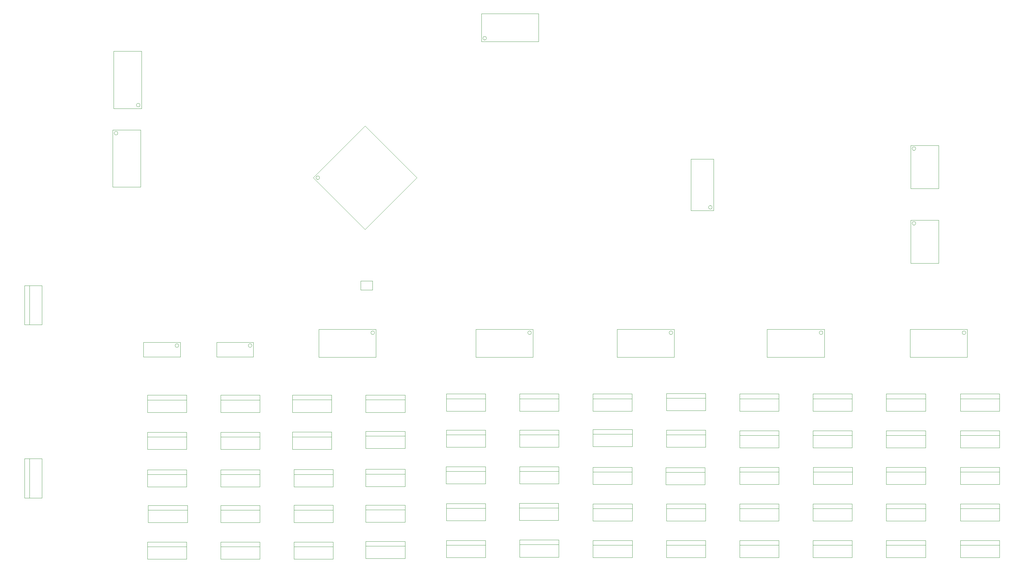
<source format=gbr>
%TF.GenerationSoftware,Altium Limited,Altium Designer,18.0.11 (651)*%
G04 Layer_Color=16711935*
%FSLAX26Y26*%
%MOIN*%
%TF.FileFunction,Other,Mechanical_13*%
%TF.Part,Single*%
G01*
G75*
%TA.AperFunction,NonConductor*%
%ADD152C,0.003937*%
%ADD153C,0.002000*%
D152*
X8059055Y5064961D02*
G03*
X8059055Y5064961I-19685J0D01*
G01*
X5635827Y6882874D02*
G03*
X5635827Y6882874I-19685J0D01*
G01*
X10246064Y4892126D02*
G03*
X10246064Y4892126I-19685J0D01*
G01*
X10246065Y5695866D02*
G03*
X10246065Y5695866I-19685J0D01*
G01*
X2330709Y3578740D02*
G03*
X2330709Y3578740I-19685J0D01*
G01*
X3116142D02*
G03*
X3116142Y3578740I-19685J0D01*
G01*
X1677165Y5862205D02*
G03*
X1677165Y5862205I-19685J0D01*
G01*
X1915354Y6163976D02*
G03*
X1915354Y6163976I-19685J0D01*
G01*
X7636220Y3716535D02*
G03*
X7636220Y3716535I-19685J0D01*
G01*
X6118110D02*
G03*
X6118110Y3716535I-19685J0D01*
G01*
X10783464D02*
G03*
X10783464Y3716535I-19685J0D01*
G01*
X9248031D02*
G03*
X9248031Y3716535I-19685J0D01*
G01*
X4433393D02*
G03*
X4433393Y3716535I-19685J0D01*
G01*
X3843727Y5382677D02*
G03*
X3843727Y5382677I-19685J0D01*
G01*
X8074803Y5029528D02*
Y5584646D01*
X7830709Y5029528D02*
Y5584646D01*
Y5029528D02*
X8074803D01*
X7830709Y5584646D02*
X8074803D01*
X6194882Y6847441D02*
Y7146654D01*
X5580709Y6847441D02*
Y7146654D01*
X6194882D01*
X5580709Y6847441D02*
X6194882D01*
X9928740Y1432677D02*
X10350000D01*
Y1298819D02*
Y1483858D01*
X9928740Y1298819D02*
Y1483858D01*
Y1298819D02*
X10350000D01*
X9928740Y1483858D02*
X10350000D01*
X9928740Y1826378D02*
X10350000D01*
Y1692520D02*
Y1877559D01*
X9928740Y1692520D02*
Y1877559D01*
Y1692520D02*
X10350000D01*
X9928740Y1877559D02*
X10350000D01*
X9928740Y2220079D02*
X10350000D01*
Y2086220D02*
Y2271260D01*
X9928740Y2086220D02*
Y2271260D01*
Y2086220D02*
X10350000D01*
X9928740Y2271260D02*
X10350000D01*
X9928740Y2613779D02*
X10350000D01*
Y2479921D02*
Y2664961D01*
X9928740Y2479921D02*
Y2664961D01*
Y2479921D02*
X10350000D01*
X9928740Y2664961D02*
X10350000D01*
X9928740Y3007480D02*
X10350000D01*
Y2873622D02*
Y3058661D01*
X9928740Y2873622D02*
Y3058661D01*
Y2873622D02*
X10350000D01*
X9928740Y3058661D02*
X10350000D01*
X8353937Y1432677D02*
X8775197D01*
Y1298819D02*
Y1483858D01*
X8353937Y1298819D02*
Y1483858D01*
Y1298819D02*
X8775197D01*
X8353937Y1483858D02*
X8775197D01*
X8353937Y1826378D02*
X8775197D01*
Y1692520D02*
Y1877559D01*
X8353937Y1692520D02*
Y1877559D01*
Y1692520D02*
X8775197D01*
X8353937Y1877559D02*
X8775197D01*
X8353937Y2220079D02*
X8775197D01*
Y2086220D02*
Y2271260D01*
X8353937Y2086220D02*
Y2271260D01*
Y2086220D02*
X8775197D01*
X8353937Y2271260D02*
X8775197D01*
X8353937Y2613779D02*
X8775197D01*
Y2479921D02*
Y2664961D01*
X8353937Y2479921D02*
Y2664961D01*
Y2479921D02*
X8775197D01*
X8353937Y2664961D02*
X8775197D01*
X6779134Y1432677D02*
X7200394D01*
Y1298819D02*
Y1483858D01*
X6779134Y1298819D02*
Y1483858D01*
Y1298819D02*
X7200394D01*
X6779134Y1483858D02*
X7200394D01*
X6779134Y1826378D02*
X7200394D01*
Y1692520D02*
Y1877559D01*
X6779134Y1692520D02*
Y1877559D01*
Y1692520D02*
X7200394D01*
X6779134Y1877559D02*
X7200394D01*
X6777559Y2220079D02*
X7198819D01*
Y2086220D02*
Y2271260D01*
X6777559Y2086220D02*
Y2271260D01*
Y2086220D02*
X7198819D01*
X6777559Y2271260D02*
X7198819D01*
X6779134Y2625985D02*
X7200394D01*
Y2492127D02*
Y2677166D01*
X6779134Y2492127D02*
Y2677166D01*
Y2492127D02*
X7200394D01*
X6779134Y2677166D02*
X7200394D01*
X6777559Y3007480D02*
X7198819D01*
Y2873622D02*
Y3058661D01*
X6777559Y2873622D02*
Y3058661D01*
Y2873622D02*
X7198819D01*
X6777559Y3058661D02*
X7198819D01*
X5204331Y1432677D02*
X5625591D01*
Y1298819D02*
Y1483858D01*
X5204331Y1298819D02*
Y1483858D01*
Y1298819D02*
X5625591D01*
X5204331Y1483858D02*
X5625591D01*
X5204331Y1829527D02*
X5625591D01*
Y1695669D02*
Y1880709D01*
X5204331Y1695669D02*
Y1880709D01*
Y1695669D02*
X5625591D01*
X5204331Y1880709D02*
X5625591D01*
X5202756Y2226378D02*
X5624016D01*
Y2092520D02*
Y2277559D01*
X5202756Y2092520D02*
Y2277559D01*
Y2092520D02*
X5624016D01*
X5202756Y2277559D02*
X5624016D01*
X5204331Y2620079D02*
X5625591D01*
Y2486220D02*
Y2671260D01*
X5204331Y2486220D02*
Y2671260D01*
Y2486220D02*
X5625591D01*
X5204331Y2671260D02*
X5625591D01*
X5204331Y3007480D02*
X5625591D01*
Y2873622D02*
Y3058661D01*
X5204331Y2873622D02*
Y3058661D01*
Y2873622D02*
X5625591D01*
X5204331Y3058661D02*
X5625591D01*
X4338583Y1423622D02*
X4759843D01*
Y1289764D02*
Y1474803D01*
X4338583Y1289764D02*
Y1474803D01*
Y1289764D02*
X4759843D01*
X4338583Y1474803D02*
X4759843D01*
X4338583Y1812599D02*
X4759843D01*
Y1678741D02*
Y1863780D01*
X4338583Y1678741D02*
Y1863780D01*
Y1678741D02*
X4759843D01*
X4338583Y1863780D02*
X4759843D01*
X4338583Y2198032D02*
X4759843D01*
Y2064174D02*
Y2249213D01*
X4338583Y2064174D02*
Y2249213D01*
Y2064174D02*
X4759843D01*
X4338583Y2249213D02*
X4759843D01*
X4338583Y2606375D02*
X4759843D01*
Y2472517D02*
Y2657556D01*
X4338583Y2472517D02*
Y2657556D01*
Y2472517D02*
X4759843D01*
X4338583Y2657556D02*
X4759843D01*
X3567241Y1417323D02*
X3988501D01*
Y1283465D02*
Y1468504D01*
X3567241Y1283465D02*
Y1468504D01*
Y1283465D02*
X3988501D01*
X3567241Y1468504D02*
X3988501D01*
X3567241Y1811024D02*
X3988501D01*
Y1677166D02*
Y1862205D01*
X3567241Y1677166D02*
Y1862205D01*
Y1677166D02*
X3988501D01*
X3567241Y1862205D02*
X3988501D01*
X3567241Y2194882D02*
X3988501D01*
Y2061024D02*
Y2246063D01*
X3567241Y2061024D02*
Y2246063D01*
Y2061024D02*
X3988501D01*
X3567241Y2246063D02*
X3988501D01*
X3550001Y2598425D02*
X3971261D01*
Y2464567D02*
Y2649606D01*
X3550001Y2464567D02*
Y2649606D01*
Y2464567D02*
X3971261D01*
X3550001Y2649606D02*
X3971261D01*
X3551182Y2995276D02*
X3972442D01*
Y2861418D02*
Y3046457D01*
X3551182Y2861418D02*
Y3046457D01*
Y2861418D02*
X3972442D01*
X3551182Y3046457D02*
X3972442D01*
X675197Y3803543D02*
Y4224803D01*
X860236Y3803543D02*
Y4224803D01*
X675197Y3803543D02*
X860236D01*
X675197Y4224803D02*
X860236D01*
X726378Y3803543D02*
Y4224803D01*
X4338583Y2995276D02*
X4759843D01*
Y2861418D02*
Y3046457D01*
X4338583Y2861418D02*
Y3046457D01*
Y2861418D02*
X4759843D01*
X4338583Y3046457D02*
X4759843D01*
X10190946Y4462992D02*
Y4927559D01*
X10490159Y4462992D02*
Y4927559D01*
X10190946D02*
X10490159D01*
X10190946Y4462992D02*
X10490159D01*
X10190947Y5266732D02*
Y5731299D01*
X10490159Y5266732D02*
Y5731299D01*
X10190947D02*
X10490159D01*
X10190947Y5266732D02*
X10490159D01*
X1952756Y3614173D02*
X2346457D01*
X1952756Y3456693D02*
X2346457D01*
Y3614173D01*
X1952756Y3456693D02*
Y3614173D01*
X2738190D02*
X3131890D01*
X2738190Y3456693D02*
X3131890D01*
Y3614173D01*
X2738190Y3456693D02*
Y3614173D01*
X1622047Y5283465D02*
X1921260D01*
X1622047Y5897638D02*
X1921260D01*
Y5283465D02*
Y5897638D01*
X1622047Y5283465D02*
Y5897638D01*
X1631890Y6742717D02*
X1931102D01*
X1631890Y6128543D02*
X1931102D01*
X1631890D02*
Y6742717D01*
X1931102Y6128543D02*
Y6742717D01*
X7037795Y3452756D02*
Y3751968D01*
X7651968Y3452756D02*
Y3751968D01*
X7037795Y3452756D02*
X7651968D01*
X7037795Y3751968D02*
X7651968D01*
X5519685Y3452756D02*
Y3751968D01*
X6133858Y3452756D02*
Y3751968D01*
X5519685Y3452756D02*
X6133858D01*
X5519685Y3751968D02*
X6133858D01*
X10185039Y3452756D02*
Y3751968D01*
X10799212Y3452756D02*
Y3751968D01*
X10185039Y3452756D02*
X10799212D01*
X10185039Y3751968D02*
X10799212D01*
X8649606Y3452756D02*
Y3751968D01*
X9263780Y3452756D02*
Y3751968D01*
X8649606Y3452756D02*
X9263780D01*
X8649606Y3751968D02*
X9263780D01*
X3834968Y3452756D02*
Y3751968D01*
X4449141Y3452756D02*
Y3751968D01*
X3834968Y3452756D02*
X4449141D01*
X3834968Y3751968D02*
X4449141D01*
X7566535Y3064961D02*
X7987795D01*
X7566535Y2879921D02*
X7987795D01*
X7566535D02*
Y3064961D01*
X7987795Y2879921D02*
Y3064961D01*
X7566535Y3013780D02*
X7987795D01*
X7566535Y2671260D02*
X7987795D01*
X7566535Y2486220D02*
X7987795D01*
X7566535D02*
Y2671260D01*
X7987795Y2486220D02*
Y2671260D01*
X7566535Y2620079D02*
X7987795D01*
X7561736Y2267717D02*
X7982996D01*
X7561736Y2082677D02*
X7982996D01*
X7561736D02*
Y2267717D01*
X7982996Y2082677D02*
Y2267717D01*
X7561736Y2216536D02*
X7982996D01*
X7566535Y1877559D02*
X7987795D01*
X7566535Y1692520D02*
X7987795D01*
X7566535D02*
Y1877559D01*
X7987795Y1692520D02*
Y1877559D01*
X7566535Y1826378D02*
X7987795D01*
X7566535Y1483858D02*
X7987795D01*
X7566535Y1298819D02*
X7987795D01*
X7566535D02*
Y1483858D01*
X7987795Y1298819D02*
Y1483858D01*
X7566535Y1432677D02*
X7987795D01*
X5990157Y3058661D02*
X6411417D01*
X5990157Y2873622D02*
X6411417D01*
X5990157D02*
Y3058661D01*
X6411417Y2873622D02*
Y3058661D01*
X5990157Y3007480D02*
X6411417D01*
X5991732Y2671260D02*
X6412992D01*
X5991732Y2486220D02*
X6412992D01*
X5991732D02*
Y2671260D01*
X6412992Y2486220D02*
Y2671260D01*
X5991732Y2620079D02*
X6412992D01*
X5991732Y2277559D02*
X6412992D01*
X5991732Y2092520D02*
X6412992D01*
X5991732D02*
Y2277559D01*
X6412992Y2092520D02*
Y2277559D01*
X5991732Y2226378D02*
X6412992D01*
X5986932Y1883858D02*
X6408192D01*
X5986932Y1698819D02*
X6408192D01*
X5986932D02*
Y1883858D01*
X6408192Y1698819D02*
Y1883858D01*
X5986932Y1832677D02*
X6408192D01*
X5991732Y1490158D02*
X6412992D01*
X5991732Y1305118D02*
X6412992D01*
X5991732D02*
Y1490158D01*
X6412992Y1305118D02*
Y1490158D01*
X5991732Y1438976D02*
X6412992D01*
X10724409Y3058661D02*
X11145669D01*
X10724409Y2873622D02*
X11145669D01*
X10724409D02*
Y3058661D01*
X11145669Y2873622D02*
Y3058661D01*
X10724409Y3007480D02*
X11145669D01*
X10724409Y2664961D02*
X11145669D01*
X10724409Y2479921D02*
X11145669D01*
X10724409D02*
Y2664961D01*
X11145669Y2479921D02*
Y2664961D01*
X10724409Y2613779D02*
X11145669D01*
X10724409Y2271260D02*
X11145669D01*
X10724409Y2086220D02*
X11145669D01*
X10724409D02*
Y2271260D01*
X11145669Y2086220D02*
Y2271260D01*
X10724409Y2220079D02*
X11145669D01*
X10724409Y1877559D02*
X11145669D01*
X10724409Y1692520D02*
X11145669D01*
X10724409D02*
Y1877559D01*
X11145669Y1692520D02*
Y1877559D01*
X10724409Y1826378D02*
X11145669D01*
X10724409Y1483858D02*
X11145669D01*
X10724409Y1298819D02*
X11145669D01*
X10724409D02*
Y1483858D01*
X11145669Y1298819D02*
Y1483858D01*
X10724409Y1432677D02*
X11145669D01*
X9141338Y3058661D02*
X9562599D01*
X9141338Y2873622D02*
X9562599D01*
X9141338D02*
Y3058661D01*
X9562599Y2873622D02*
Y3058661D01*
X9141338Y3007480D02*
X9562599D01*
X9141338Y2664961D02*
X9562599D01*
X9141338Y2479921D02*
X9562599D01*
X9141338D02*
Y2664961D01*
X9562599Y2479921D02*
Y2664961D01*
X9141338Y2613779D02*
X9562599D01*
X9144488Y2271260D02*
X9565748D01*
X9144488Y2086220D02*
X9565748D01*
X9144488D02*
Y2271260D01*
X9565748Y2086220D02*
Y2271260D01*
X9144488Y2220079D02*
X9565748D01*
X9141338Y1877559D02*
X9562599D01*
X9141338Y1692520D02*
X9562599D01*
X9141338D02*
Y1877559D01*
X9562599Y1692520D02*
Y1877559D01*
X9141338Y1826378D02*
X9562599D01*
X9141338Y1483858D02*
X9562599D01*
X9141338Y1298819D02*
X9562599D01*
X9141338D02*
Y1483858D01*
X9562599Y1298819D02*
Y1483858D01*
X9141338Y1432677D02*
X9562599D01*
X8353937Y3058661D02*
X8775197D01*
X8353937Y2873622D02*
X8775197D01*
X8353937D02*
Y3058661D01*
X8775197Y2873622D02*
Y3058661D01*
X8353937Y3007480D02*
X8775197D01*
X675197Y1941733D02*
Y2362993D01*
X860236Y1941733D02*
Y2362993D01*
X675197Y1941733D02*
X860236D01*
X675197Y2362993D02*
X860236D01*
X726378Y1941733D02*
Y2362993D01*
X2781496Y3045276D02*
X3202756D01*
X2781496Y2860236D02*
X3202756D01*
X2781496D02*
Y3045276D01*
X3202756Y2860236D02*
Y3045276D01*
X2781496Y2994095D02*
X3202756D01*
X2781496Y2648425D02*
X3202756D01*
X2781496Y2463386D02*
X3202756D01*
X2781496D02*
Y2648425D01*
X3202756Y2463386D02*
Y2648425D01*
X2781496Y2597244D02*
X3202756D01*
X2781496Y2244882D02*
X3202756D01*
X2781496Y2059843D02*
X3202756D01*
X2781496D02*
Y2244882D01*
X3202756Y2059843D02*
Y2244882D01*
X2781496Y2193701D02*
X3202756D01*
X2781496Y1861024D02*
X3202756D01*
X2781496Y1675984D02*
X3202756D01*
X2781496D02*
Y1861024D01*
X3202756Y1675984D02*
Y1861024D01*
X2781496Y1809842D02*
X3202756D01*
X2781496Y1467323D02*
X3202756D01*
X2781496Y1282284D02*
X3202756D01*
X2781496D02*
Y1467323D01*
X3202756Y1282284D02*
Y1467323D01*
X2781496Y1416142D02*
X3202756D01*
X1994094Y3045276D02*
X2415354D01*
X1994094Y2860236D02*
X2415354D01*
X1994094D02*
Y3045276D01*
X2415354Y2860236D02*
Y3045276D01*
X1994094Y2994095D02*
X2415354D01*
X1994094Y2648425D02*
X2415354D01*
X1994094Y2463386D02*
X2415354D01*
X1994094D02*
Y2648425D01*
X2415354Y2463386D02*
Y2648425D01*
X1994094Y2597244D02*
X2415354D01*
X1994094Y2244882D02*
X2415354D01*
X1994094Y2059843D02*
X2415354D01*
X1994094D02*
Y2244882D01*
X2415354Y2059843D02*
Y2244882D01*
X1994094Y2193701D02*
X2415354D01*
X2002839Y1861024D02*
X2424099D01*
X2002839Y1675984D02*
X2424099D01*
X2002839D02*
Y1861024D01*
X2424099Y1675984D02*
Y1861024D01*
X2002839Y1809842D02*
X2424099D01*
X1994094Y1467323D02*
X2415354D01*
X1994094Y1282284D02*
X2415354D01*
X1994094D02*
Y1467323D01*
X2415354Y1282284D02*
Y1467323D01*
X1994094Y1416142D02*
X2415354D01*
X4330709Y4825900D02*
X4887486Y5382677D01*
X3773932D02*
X4330709Y5939454D01*
X4887486Y5382677D01*
X3773932D02*
X4330709Y4825900D01*
D153*
X4412266Y4175557D02*
Y4273982D01*
X4286282D02*
X4412266D01*
X4286282Y4175557D02*
Y4273982D01*
Y4175557D02*
X4412266D01*
%TF.MD5,2bc3bc5fb18118f30a189511445b6083*%
M02*

</source>
